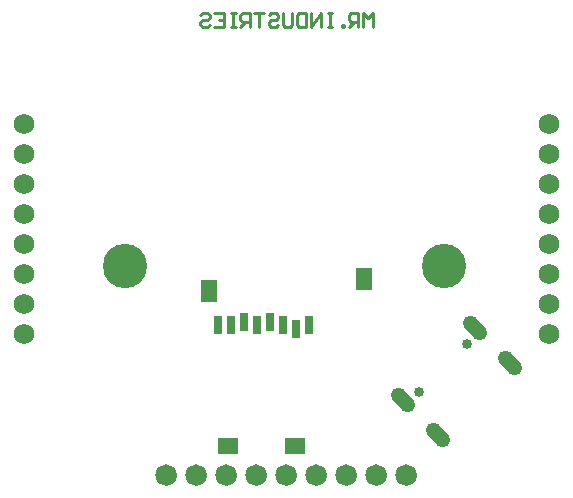
<source format=gbr>
%TF.GenerationSoftware,Altium Limited,Altium Designer,24.10.1 (45)*%
G04 Layer_Color=16711935*
%FSLAX45Y45*%
%MOMM*%
%TF.SameCoordinates,EEF0193C-C13F-4000-B0C4-A13F86DA6223*%
%TF.FilePolarity,Negative*%
%TF.FileFunction,Soldermask,Bot*%
%TF.Part,Single*%
G01*
G75*
%TA.AperFunction,SMDPad,CuDef*%
%ADD47R,0.80000X1.50000*%
%ADD48R,1.80000X1.40000*%
%ADD49R,1.40000X1.90000*%
%TA.AperFunction,NonConductor*%
%ADD50C,0.25400*%
%ADD59C,0.00000*%
%TA.AperFunction,ComponentPad*%
%ADD82C,1.82321*%
%ADD83C,1.72720*%
%ADD84C,0.85319*%
G04:AMPARAMS|DCode=85|XSize=2.4191mm|YSize=1.31115mm|CornerRadius=0mm|HoleSize=0mm|Usage=FLASHONLY|Rotation=135.000|XOffset=0mm|YOffset=0mm|HoleType=Round|Shape=Round|*
%AMOVALD85*
21,1,1.10795,1.31115,0.00000,0.00000,135.0*
1,1,1.31115,0.39172,-0.39172*
1,1,1.31115,-0.39172,0.39172*
%
%ADD85OVALD85*%

%TA.AperFunction,ViaPad*%
%ADD86C,3.75320*%
D47*
X1836500Y1600000D02*
D03*
X1946500D02*
D03*
X2056500Y1620000D02*
D03*
X2166500Y1600000D02*
D03*
X2276500Y1620000D02*
D03*
X2386500Y1600000D02*
D03*
X2496500Y1560000D02*
D03*
X2606500Y1600000D02*
D03*
D48*
X2487500Y570000D02*
D03*
X1917500D02*
D03*
D49*
X1757500Y1885000D02*
D03*
X3072500Y1985000D02*
D03*
D50*
X3142264Y4120400D02*
Y4240361D01*
X3102277Y4200374D01*
X3062290Y4240361D01*
Y4120400D01*
X3022303D02*
Y4240361D01*
X2962322D01*
X2942328Y4220368D01*
Y4180381D01*
X2962322Y4160387D01*
X3022303D01*
X2982316D02*
X2942328Y4120400D01*
X2902341D02*
Y4140394D01*
X2882348D01*
Y4120400D01*
X2902341D01*
X2802374Y4240361D02*
X2762387D01*
X2782380D01*
Y4120400D01*
X2802374D01*
X2762387D01*
X2702406D02*
Y4240361D01*
X2622432Y4120400D01*
Y4240361D01*
X2582445D02*
Y4120400D01*
X2522464D01*
X2502470Y4140394D01*
Y4220368D01*
X2522464Y4240361D01*
X2582445D01*
X2462484D02*
Y4140394D01*
X2442490Y4120400D01*
X2402503D01*
X2382509Y4140394D01*
Y4240361D01*
X2262548Y4220368D02*
X2282542Y4240361D01*
X2322529D01*
X2342522Y4220368D01*
Y4200374D01*
X2322529Y4180381D01*
X2282542D01*
X2262548Y4160387D01*
Y4140394D01*
X2282542Y4120400D01*
X2322529D01*
X2342522Y4140394D01*
X2222561Y4240361D02*
X2142587D01*
X2182574D01*
Y4120400D01*
X2102600D02*
Y4240361D01*
X2042619D01*
X2022626Y4220368D01*
Y4180381D01*
X2042619Y4160387D01*
X2102600D01*
X2062613D02*
X2022626Y4120400D01*
X1982639Y4240361D02*
X1942652D01*
X1962645D01*
Y4120400D01*
X1982639D01*
X1942652D01*
X1802697Y4240361D02*
X1882671D01*
Y4120400D01*
X1802697D01*
X1882671Y4180381D02*
X1842684D01*
X1682736Y4220368D02*
X1702729Y4240361D01*
X1742716D01*
X1762710Y4220368D01*
Y4200374D01*
X1742716Y4180381D01*
X1702729D01*
X1682736Y4160387D01*
Y4140394D01*
X1702729Y4120400D01*
X1742716D01*
X1762710Y4140394D01*
D59*
X1482606Y325000D02*
G03*
X1482606Y325000I-86106J0D01*
G01*
X1736606D02*
G03*
X1736606Y325000I-86106J0D01*
G01*
X1990606D02*
G03*
X1990606Y325000I-86106J0D01*
G01*
X2244606D02*
G03*
X2244606Y325000I-86106J0D01*
G01*
X2498606D02*
G03*
X2498606Y325000I-86106J0D01*
G01*
X2752606D02*
G03*
X2752606Y325000I-86106J0D01*
G01*
X3006606D02*
G03*
X3006606Y325000I-86106J0D01*
G01*
X3260606D02*
G03*
X3260606Y325000I-86106J0D01*
G01*
X3514606D02*
G03*
X3514606Y325000I-86106J0D01*
G01*
D82*
X1396500D02*
D03*
X1650500D02*
D03*
X1904500D02*
D03*
X2158500D02*
D03*
X2412500D02*
D03*
X2666500D02*
D03*
X2920500D02*
D03*
X3174500D02*
D03*
X3428500D02*
D03*
D83*
X4640000Y3300500D02*
D03*
Y3046500D02*
D03*
Y2792500D02*
D03*
Y2538500D02*
D03*
Y2284500D02*
D03*
Y2030500D02*
D03*
Y1776500D02*
D03*
Y1522500D02*
D03*
X190000Y1522000D02*
D03*
Y1776000D02*
D03*
Y2030000D02*
D03*
Y2284000D02*
D03*
Y2538000D02*
D03*
Y2792000D02*
D03*
Y3046000D02*
D03*
Y3300000D02*
D03*
D84*
X3533335Y1029390D02*
D03*
X3941689Y1437744D02*
D03*
D85*
X3397863Y964038D02*
D03*
X4008808Y1574983D02*
D03*
X4304384Y1279407D02*
D03*
X3693440Y668462D02*
D03*
D86*
X3750000Y2100000D02*
D03*
X1050000D02*
D03*
%TF.MD5,d65f09b18e94642ca63cfe9ac3156461*%
M02*

</source>
